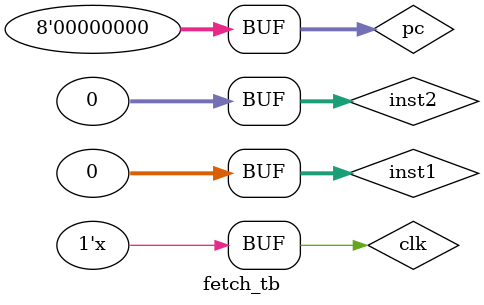
<source format=sv>
`timescale 1ns/1ns // Tell Questa what time scale to run at


module fetch_tb;
	reg [31:0] inst1, inst2;
	reg [7:0] pc;
	wire clk;
	
	fetch uut(clk, pc, inst1, inst2);
	
	initial
	begin
		inst1 = 0;
		inst2 = 0;
		pc = 0;
		clk = 0;
	end
	
	always begin
		#1;
		clk = ~clk;
	end
	
	

endmodule

</source>
